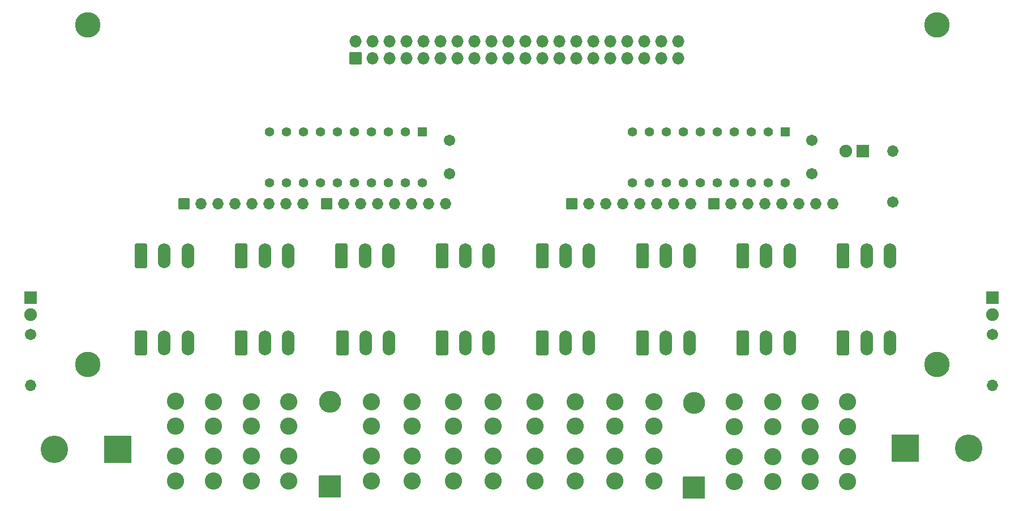
<source format=gbr>
G04 #@! TF.GenerationSoftware,KiCad,Pcbnew,(6.0.5)*
G04 #@! TF.CreationDate,2022-06-02T13:00:58-04:00*
G04 #@! TF.ProjectId,PB_16,50425f31-362e-46b6-9963-61645f706362,v5*
G04 #@! TF.SameCoordinates,Original*
G04 #@! TF.FileFunction,Soldermask,Bot*
G04 #@! TF.FilePolarity,Negative*
%FSLAX46Y46*%
G04 Gerber Fmt 4.6, Leading zero omitted, Abs format (unit mm)*
G04 Created by KiCad (PCBNEW (6.0.5)) date 2022-06-02 13:00:58*
%MOMM*%
%LPD*%
G01*
G04 APERTURE LIST*
G04 Aperture macros list*
%AMRoundRect*
0 Rectangle with rounded corners*
0 $1 Rounding radius*
0 $2 $3 $4 $5 $6 $7 $8 $9 X,Y pos of 4 corners*
0 Add a 4 corners polygon primitive as box body*
4,1,4,$2,$3,$4,$5,$6,$7,$8,$9,$2,$3,0*
0 Add four circle primitives for the rounded corners*
1,1,$1+$1,$2,$3*
1,1,$1+$1,$4,$5*
1,1,$1+$1,$6,$7*
1,1,$1+$1,$8,$9*
0 Add four rect primitives between the rounded corners*
20,1,$1+$1,$2,$3,$4,$5,0*
20,1,$1+$1,$4,$5,$6,$7,0*
20,1,$1+$1,$6,$7,$8,$9,0*
20,1,$1+$1,$8,$9,$2,$3,0*%
G04 Aperture macros list end*
%ADD10C,1.702000*%
%ADD11RoundRect,0.301000X-0.650000X-1.550000X0.650000X-1.550000X0.650000X1.550000X-0.650000X1.550000X0*%
%ADD12O,1.902000X3.702000*%
%ADD13RoundRect,0.051000X-0.647700X0.647700X-0.647700X-0.647700X0.647700X-0.647700X0.647700X0.647700X0*%
%ADD14C,1.397400*%
%ADD15C,2.577000*%
%ADD16RoundRect,0.051000X1.600000X-1.600000X1.600000X1.600000X-1.600000X1.600000X-1.600000X-1.600000X0*%
%ADD17O,3.302000X3.302000*%
%ADD18RoundRect,0.051000X-0.800000X-0.800000X0.800000X-0.800000X0.800000X0.800000X-0.800000X0.800000X0*%
%ADD19O,1.702000X1.702000*%
%ADD20C,3.802000*%
%ADD21RoundRect,0.051000X-0.900000X0.900000X-0.900000X-0.900000X0.900000X-0.900000X0.900000X0.900000X0*%
%ADD22C,1.902000*%
%ADD23RoundRect,0.051000X0.900000X0.900000X-0.900000X0.900000X-0.900000X-0.900000X0.900000X-0.900000X0*%
%ADD24RoundRect,0.051000X0.863600X-0.863600X0.863600X0.863600X-0.863600X0.863600X-0.863600X-0.863600X0*%
%ADD25O,1.829200X1.829200*%
%ADD26RoundRect,0.051000X2.000000X2.000000X-2.000000X2.000000X-2.000000X-2.000000X2.000000X-2.000000X0*%
%ADD27C,4.102000*%
%ADD28RoundRect,0.051000X-2.000000X-2.000000X2.000000X-2.000000X2.000000X2.000000X-2.000000X2.000000X0*%
G04 APERTURE END LIST*
D10*
X189382400Y-104305100D03*
X189382400Y-99305100D03*
D11*
X89100000Y-129600000D03*
D12*
X92600000Y-129600000D03*
X96100000Y-129600000D03*
D11*
X119100000Y-116600000D03*
D12*
X122600000Y-116600000D03*
X126100000Y-116600000D03*
D11*
X119214342Y-129600000D03*
D12*
X122714342Y-129600000D03*
X126214342Y-129600000D03*
D11*
X134100000Y-116600000D03*
D12*
X137600000Y-116600000D03*
X141100000Y-116600000D03*
D11*
X134100000Y-129600000D03*
D12*
X137600000Y-129600000D03*
X141100000Y-129600000D03*
D11*
X149100000Y-116600000D03*
D12*
X152600000Y-116600000D03*
X156100000Y-116600000D03*
D11*
X149100000Y-129600000D03*
D12*
X152600000Y-129600000D03*
X156100000Y-129600000D03*
D11*
X164100000Y-116600000D03*
D12*
X167600000Y-116600000D03*
X171100000Y-116600000D03*
D11*
X164100000Y-129600000D03*
D12*
X167600000Y-129600000D03*
X171100000Y-129600000D03*
D11*
X179100000Y-116600000D03*
D12*
X182600000Y-116600000D03*
X186100000Y-116600000D03*
D11*
X179100000Y-129600000D03*
D12*
X182600000Y-129600000D03*
X186100000Y-129600000D03*
D11*
X194100000Y-116600000D03*
D12*
X197600000Y-116600000D03*
X201100000Y-116600000D03*
D11*
X194100000Y-129600000D03*
D12*
X197600000Y-129600000D03*
X201100000Y-129600000D03*
D13*
X185422600Y-98068600D03*
D14*
X182882600Y-98068600D03*
X180342600Y-98068600D03*
X177802600Y-98068600D03*
X175262600Y-98068600D03*
X172722600Y-98068600D03*
X170182600Y-98068600D03*
X167642600Y-98068600D03*
X165102600Y-98068600D03*
X162562600Y-98068600D03*
X162562600Y-105688600D03*
X165102600Y-105688600D03*
X167642600Y-105688600D03*
X170182600Y-105688600D03*
X172722600Y-105688600D03*
X175262600Y-105688600D03*
X177802600Y-105688600D03*
X180342600Y-105688600D03*
X182882600Y-105688600D03*
X185422600Y-105688600D03*
D15*
X94222600Y-150288600D03*
X94222600Y-146588600D03*
X94222600Y-142088600D03*
X94222600Y-138388600D03*
X135792600Y-150298600D03*
X135792600Y-146598600D03*
X135792600Y-142098600D03*
X135792600Y-138398600D03*
X183553100Y-150363600D03*
X183553100Y-146663600D03*
X183553100Y-142163600D03*
X183553100Y-138463600D03*
D16*
X171847600Y-151305000D03*
D17*
X171847600Y-138605000D03*
D10*
X135242300Y-104330500D03*
X135242300Y-99330500D03*
D15*
X99967600Y-150303600D03*
X99967600Y-146603600D03*
X99967600Y-142103600D03*
X99967600Y-138403600D03*
X129672600Y-150298600D03*
X129672600Y-146598600D03*
X129672600Y-142098600D03*
X129672600Y-138398600D03*
X141793100Y-150298600D03*
X141793100Y-146598600D03*
X141793100Y-142098600D03*
X141793100Y-138398600D03*
X148002600Y-150298600D03*
X148002600Y-146598600D03*
X148002600Y-142098600D03*
X148002600Y-138398600D03*
X154062600Y-150298600D03*
X154062600Y-146598600D03*
X154062600Y-142098600D03*
X154062600Y-138398600D03*
X194729100Y-150363600D03*
X194729100Y-146663600D03*
X194729100Y-142163600D03*
X194729100Y-138463600D03*
X123512600Y-150298600D03*
X123512600Y-146598600D03*
X123512600Y-142098600D03*
X123512600Y-138398600D03*
X105567600Y-150303600D03*
X105567600Y-146603600D03*
X105567600Y-142103600D03*
X105567600Y-138403600D03*
X177847600Y-150363600D03*
X177847600Y-146663600D03*
X177847600Y-142163600D03*
X177847600Y-138463600D03*
D18*
X95561500Y-108813600D03*
D19*
X98101500Y-108813600D03*
X100641500Y-108813600D03*
X103181500Y-108813600D03*
X105721500Y-108813600D03*
X108261500Y-108813600D03*
X110801500Y-108813600D03*
X113341500Y-108813600D03*
D15*
X159942600Y-150298600D03*
X159942600Y-146598600D03*
X159942600Y-142098600D03*
X159942600Y-138398600D03*
D18*
X153486200Y-108813600D03*
D19*
X156026200Y-108813600D03*
X158566200Y-108813600D03*
X161106200Y-108813600D03*
X163646200Y-108813600D03*
X166186200Y-108813600D03*
X168726200Y-108813600D03*
X171266200Y-108813600D03*
D18*
X174812600Y-108813600D03*
D19*
X177352600Y-108813600D03*
X179892600Y-108813600D03*
X182432600Y-108813600D03*
X184972600Y-108813600D03*
X187512600Y-108813600D03*
X190052600Y-108813600D03*
X192592600Y-108813600D03*
D18*
X116852700Y-108813600D03*
D19*
X119392700Y-108813600D03*
X121932700Y-108813600D03*
X124472700Y-108813600D03*
X127012700Y-108813600D03*
X129552700Y-108813600D03*
X132092700Y-108813600D03*
X134632700Y-108813600D03*
D15*
X111167600Y-150303600D03*
X111167600Y-146603600D03*
X111167600Y-142103600D03*
X111167600Y-138403600D03*
D11*
X89100000Y-116600000D03*
D12*
X92600000Y-116600000D03*
X96100000Y-116600000D03*
D11*
X104100000Y-116600000D03*
D12*
X107600000Y-116600000D03*
X111100000Y-116600000D03*
D11*
X104100000Y-129600000D03*
D12*
X107600000Y-129600000D03*
X111100000Y-129600000D03*
D16*
X117332600Y-151168600D03*
D17*
X117332600Y-138468600D03*
D15*
X189141100Y-150363600D03*
X189141100Y-146663600D03*
X189141100Y-142163600D03*
X189141100Y-138463600D03*
X165761100Y-150298600D03*
X165761100Y-146598600D03*
X165761100Y-142098600D03*
X165761100Y-138398600D03*
D20*
X81113000Y-82066600D03*
X208113000Y-82066600D03*
D13*
X131172600Y-98068600D03*
D14*
X128632600Y-98068600D03*
X126092600Y-98068600D03*
X123552600Y-98068600D03*
X121012600Y-98068600D03*
X118472600Y-98068600D03*
X115932600Y-98068600D03*
X113392600Y-98068600D03*
X110852600Y-98068600D03*
X108312600Y-98068600D03*
X108312600Y-105688600D03*
X110852600Y-105688600D03*
X113392600Y-105688600D03*
X115932600Y-105688600D03*
X118472600Y-105688600D03*
X121012600Y-105688600D03*
X123552600Y-105688600D03*
X126092600Y-105688600D03*
X128632600Y-105688600D03*
X131172600Y-105688600D03*
D21*
X72601000Y-122831000D03*
D22*
X72601000Y-125371000D03*
D10*
X72601000Y-128392000D03*
D19*
X72601000Y-136012000D03*
D23*
X197001000Y-100917800D03*
D22*
X194461000Y-100917800D03*
D24*
X121201000Y-87057800D03*
D25*
X121201000Y-84517800D03*
X123741000Y-87057800D03*
X123741000Y-84517800D03*
X126281000Y-87057800D03*
X126281000Y-84517800D03*
X128821000Y-87057800D03*
X128821000Y-84517800D03*
X131361000Y-87057800D03*
X131361000Y-84517800D03*
X133901000Y-87057800D03*
X133901000Y-84517800D03*
X136441000Y-87057800D03*
X136441000Y-84517800D03*
X138981000Y-87057800D03*
X138981000Y-84517800D03*
X141521000Y-87057800D03*
X141521000Y-84517800D03*
X144061000Y-87057800D03*
X144061000Y-84517800D03*
X146601000Y-87057800D03*
X146601000Y-84517800D03*
X149141000Y-87057800D03*
X149141000Y-84517800D03*
X151681000Y-87057800D03*
X151681000Y-84517800D03*
X154221000Y-87057800D03*
X154221000Y-84517800D03*
X156761000Y-87057800D03*
X156761000Y-84517800D03*
X159301000Y-87057800D03*
X159301000Y-84517800D03*
X161841000Y-87057800D03*
X161841000Y-84517800D03*
X164381000Y-87057800D03*
X164381000Y-84517800D03*
X166921000Y-87057800D03*
X166921000Y-84517800D03*
X169461000Y-87057800D03*
X169461000Y-84517800D03*
D10*
X201501000Y-108517800D03*
D19*
X201501000Y-100897800D03*
D26*
X85601000Y-145517800D03*
D27*
X76101000Y-145517800D03*
D20*
X208127600Y-132866600D03*
D28*
X203401000Y-145417800D03*
D27*
X212901000Y-145417800D03*
D10*
X216401000Y-128392000D03*
D19*
X216401000Y-136012000D03*
D21*
X216401000Y-122831000D03*
D22*
X216401000Y-125371000D03*
D20*
X81127600Y-132866600D03*
M02*

</source>
